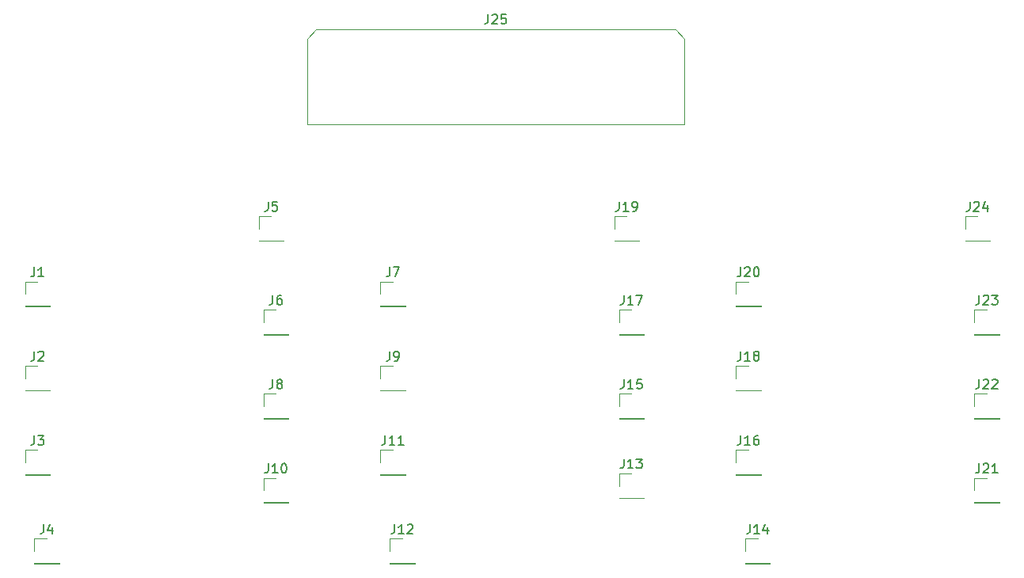
<source format=gbr>
%TF.GenerationSoftware,KiCad,Pcbnew,8.0.1*%
%TF.CreationDate,2024-05-03T16:32:39-04:00*%
%TF.ProjectId,LowerPOGO,4c6f7765-7250-44f4-974f-2e6b69636164,rev?*%
%TF.SameCoordinates,Original*%
%TF.FileFunction,Legend,Top*%
%TF.FilePolarity,Positive*%
%FSLAX46Y46*%
G04 Gerber Fmt 4.6, Leading zero omitted, Abs format (unit mm)*
G04 Created by KiCad (PCBNEW 8.0.1) date 2024-05-03 16:32:39*
%MOMM*%
%LPD*%
G01*
G04 APERTURE LIST*
%ADD10C,0.150000*%
%ADD11C,0.120000*%
G04 APERTURE END LIST*
D10*
X195690476Y-144624819D02*
X195690476Y-145339104D01*
X195690476Y-145339104D02*
X195642857Y-145481961D01*
X195642857Y-145481961D02*
X195547619Y-145577200D01*
X195547619Y-145577200D02*
X195404762Y-145624819D01*
X195404762Y-145624819D02*
X195309524Y-145624819D01*
X196119048Y-144720057D02*
X196166667Y-144672438D01*
X196166667Y-144672438D02*
X196261905Y-144624819D01*
X196261905Y-144624819D02*
X196500000Y-144624819D01*
X196500000Y-144624819D02*
X196595238Y-144672438D01*
X196595238Y-144672438D02*
X196642857Y-144720057D01*
X196642857Y-144720057D02*
X196690476Y-144815295D01*
X196690476Y-144815295D02*
X196690476Y-144910533D01*
X196690476Y-144910533D02*
X196642857Y-145053390D01*
X196642857Y-145053390D02*
X196071429Y-145624819D01*
X196071429Y-145624819D02*
X196690476Y-145624819D01*
X197642857Y-145624819D02*
X197071429Y-145624819D01*
X197357143Y-145624819D02*
X197357143Y-144624819D01*
X197357143Y-144624819D02*
X197261905Y-144767676D01*
X197261905Y-144767676D02*
X197166667Y-144862914D01*
X197166667Y-144862914D02*
X197071429Y-144910533D01*
X132666666Y-123624819D02*
X132666666Y-124339104D01*
X132666666Y-124339104D02*
X132619047Y-124481961D01*
X132619047Y-124481961D02*
X132523809Y-124577200D01*
X132523809Y-124577200D02*
X132380952Y-124624819D01*
X132380952Y-124624819D02*
X132285714Y-124624819D01*
X133047619Y-123624819D02*
X133714285Y-123624819D01*
X133714285Y-123624819D02*
X133285714Y-124624819D01*
X120166666Y-135624819D02*
X120166666Y-136339104D01*
X120166666Y-136339104D02*
X120119047Y-136481961D01*
X120119047Y-136481961D02*
X120023809Y-136577200D01*
X120023809Y-136577200D02*
X119880952Y-136624819D01*
X119880952Y-136624819D02*
X119785714Y-136624819D01*
X120785714Y-136053390D02*
X120690476Y-136005771D01*
X120690476Y-136005771D02*
X120642857Y-135958152D01*
X120642857Y-135958152D02*
X120595238Y-135862914D01*
X120595238Y-135862914D02*
X120595238Y-135815295D01*
X120595238Y-135815295D02*
X120642857Y-135720057D01*
X120642857Y-135720057D02*
X120690476Y-135672438D01*
X120690476Y-135672438D02*
X120785714Y-135624819D01*
X120785714Y-135624819D02*
X120976190Y-135624819D01*
X120976190Y-135624819D02*
X121071428Y-135672438D01*
X121071428Y-135672438D02*
X121119047Y-135720057D01*
X121119047Y-135720057D02*
X121166666Y-135815295D01*
X121166666Y-135815295D02*
X121166666Y-135862914D01*
X121166666Y-135862914D02*
X121119047Y-135958152D01*
X121119047Y-135958152D02*
X121071428Y-136005771D01*
X121071428Y-136005771D02*
X120976190Y-136053390D01*
X120976190Y-136053390D02*
X120785714Y-136053390D01*
X120785714Y-136053390D02*
X120690476Y-136101009D01*
X120690476Y-136101009D02*
X120642857Y-136148628D01*
X120642857Y-136148628D02*
X120595238Y-136243866D01*
X120595238Y-136243866D02*
X120595238Y-136434342D01*
X120595238Y-136434342D02*
X120642857Y-136529580D01*
X120642857Y-136529580D02*
X120690476Y-136577200D01*
X120690476Y-136577200D02*
X120785714Y-136624819D01*
X120785714Y-136624819D02*
X120976190Y-136624819D01*
X120976190Y-136624819D02*
X121071428Y-136577200D01*
X121071428Y-136577200D02*
X121119047Y-136529580D01*
X121119047Y-136529580D02*
X121166666Y-136434342D01*
X121166666Y-136434342D02*
X121166666Y-136243866D01*
X121166666Y-136243866D02*
X121119047Y-136148628D01*
X121119047Y-136148628D02*
X121071428Y-136101009D01*
X121071428Y-136101009D02*
X120976190Y-136053390D01*
X119690476Y-144624819D02*
X119690476Y-145339104D01*
X119690476Y-145339104D02*
X119642857Y-145481961D01*
X119642857Y-145481961D02*
X119547619Y-145577200D01*
X119547619Y-145577200D02*
X119404762Y-145624819D01*
X119404762Y-145624819D02*
X119309524Y-145624819D01*
X120690476Y-145624819D02*
X120119048Y-145624819D01*
X120404762Y-145624819D02*
X120404762Y-144624819D01*
X120404762Y-144624819D02*
X120309524Y-144767676D01*
X120309524Y-144767676D02*
X120214286Y-144862914D01*
X120214286Y-144862914D02*
X120119048Y-144910533D01*
X121309524Y-144624819D02*
X121404762Y-144624819D01*
X121404762Y-144624819D02*
X121500000Y-144672438D01*
X121500000Y-144672438D02*
X121547619Y-144720057D01*
X121547619Y-144720057D02*
X121595238Y-144815295D01*
X121595238Y-144815295D02*
X121642857Y-145005771D01*
X121642857Y-145005771D02*
X121642857Y-145243866D01*
X121642857Y-145243866D02*
X121595238Y-145434342D01*
X121595238Y-145434342D02*
X121547619Y-145529580D01*
X121547619Y-145529580D02*
X121500000Y-145577200D01*
X121500000Y-145577200D02*
X121404762Y-145624819D01*
X121404762Y-145624819D02*
X121309524Y-145624819D01*
X121309524Y-145624819D02*
X121214286Y-145577200D01*
X121214286Y-145577200D02*
X121166667Y-145529580D01*
X121166667Y-145529580D02*
X121119048Y-145434342D01*
X121119048Y-145434342D02*
X121071429Y-145243866D01*
X121071429Y-145243866D02*
X121071429Y-145005771D01*
X121071429Y-145005771D02*
X121119048Y-144815295D01*
X121119048Y-144815295D02*
X121166667Y-144720057D01*
X121166667Y-144720057D02*
X121214286Y-144672438D01*
X121214286Y-144672438D02*
X121309524Y-144624819D01*
X171190476Y-151124819D02*
X171190476Y-151839104D01*
X171190476Y-151839104D02*
X171142857Y-151981961D01*
X171142857Y-151981961D02*
X171047619Y-152077200D01*
X171047619Y-152077200D02*
X170904762Y-152124819D01*
X170904762Y-152124819D02*
X170809524Y-152124819D01*
X172190476Y-152124819D02*
X171619048Y-152124819D01*
X171904762Y-152124819D02*
X171904762Y-151124819D01*
X171904762Y-151124819D02*
X171809524Y-151267676D01*
X171809524Y-151267676D02*
X171714286Y-151362914D01*
X171714286Y-151362914D02*
X171619048Y-151410533D01*
X173047619Y-151458152D02*
X173047619Y-152124819D01*
X172809524Y-151077200D02*
X172571429Y-151791485D01*
X172571429Y-151791485D02*
X173190476Y-151791485D01*
X195690476Y-135624819D02*
X195690476Y-136339104D01*
X195690476Y-136339104D02*
X195642857Y-136481961D01*
X195642857Y-136481961D02*
X195547619Y-136577200D01*
X195547619Y-136577200D02*
X195404762Y-136624819D01*
X195404762Y-136624819D02*
X195309524Y-136624819D01*
X196119048Y-135720057D02*
X196166667Y-135672438D01*
X196166667Y-135672438D02*
X196261905Y-135624819D01*
X196261905Y-135624819D02*
X196500000Y-135624819D01*
X196500000Y-135624819D02*
X196595238Y-135672438D01*
X196595238Y-135672438D02*
X196642857Y-135720057D01*
X196642857Y-135720057D02*
X196690476Y-135815295D01*
X196690476Y-135815295D02*
X196690476Y-135910533D01*
X196690476Y-135910533D02*
X196642857Y-136053390D01*
X196642857Y-136053390D02*
X196071429Y-136624819D01*
X196071429Y-136624819D02*
X196690476Y-136624819D01*
X197071429Y-135720057D02*
X197119048Y-135672438D01*
X197119048Y-135672438D02*
X197214286Y-135624819D01*
X197214286Y-135624819D02*
X197452381Y-135624819D01*
X197452381Y-135624819D02*
X197547619Y-135672438D01*
X197547619Y-135672438D02*
X197595238Y-135720057D01*
X197595238Y-135720057D02*
X197642857Y-135815295D01*
X197642857Y-135815295D02*
X197642857Y-135910533D01*
X197642857Y-135910533D02*
X197595238Y-136053390D01*
X197595238Y-136053390D02*
X197023810Y-136624819D01*
X197023810Y-136624819D02*
X197642857Y-136624819D01*
X143190476Y-96584819D02*
X143190476Y-97299104D01*
X143190476Y-97299104D02*
X143142857Y-97441961D01*
X143142857Y-97441961D02*
X143047619Y-97537200D01*
X143047619Y-97537200D02*
X142904762Y-97584819D01*
X142904762Y-97584819D02*
X142809524Y-97584819D01*
X143619048Y-96680057D02*
X143666667Y-96632438D01*
X143666667Y-96632438D02*
X143761905Y-96584819D01*
X143761905Y-96584819D02*
X144000000Y-96584819D01*
X144000000Y-96584819D02*
X144095238Y-96632438D01*
X144095238Y-96632438D02*
X144142857Y-96680057D01*
X144142857Y-96680057D02*
X144190476Y-96775295D01*
X144190476Y-96775295D02*
X144190476Y-96870533D01*
X144190476Y-96870533D02*
X144142857Y-97013390D01*
X144142857Y-97013390D02*
X143571429Y-97584819D01*
X143571429Y-97584819D02*
X144190476Y-97584819D01*
X145095238Y-96584819D02*
X144619048Y-96584819D01*
X144619048Y-96584819D02*
X144571429Y-97061009D01*
X144571429Y-97061009D02*
X144619048Y-97013390D01*
X144619048Y-97013390D02*
X144714286Y-96965771D01*
X144714286Y-96965771D02*
X144952381Y-96965771D01*
X144952381Y-96965771D02*
X145047619Y-97013390D01*
X145047619Y-97013390D02*
X145095238Y-97061009D01*
X145095238Y-97061009D02*
X145142857Y-97156247D01*
X145142857Y-97156247D02*
X145142857Y-97394342D01*
X145142857Y-97394342D02*
X145095238Y-97489580D01*
X145095238Y-97489580D02*
X145047619Y-97537200D01*
X145047619Y-97537200D02*
X144952381Y-97584819D01*
X144952381Y-97584819D02*
X144714286Y-97584819D01*
X144714286Y-97584819D02*
X144619048Y-97537200D01*
X144619048Y-97537200D02*
X144571429Y-97489580D01*
X132190476Y-141624819D02*
X132190476Y-142339104D01*
X132190476Y-142339104D02*
X132142857Y-142481961D01*
X132142857Y-142481961D02*
X132047619Y-142577200D01*
X132047619Y-142577200D02*
X131904762Y-142624819D01*
X131904762Y-142624819D02*
X131809524Y-142624819D01*
X133190476Y-142624819D02*
X132619048Y-142624819D01*
X132904762Y-142624819D02*
X132904762Y-141624819D01*
X132904762Y-141624819D02*
X132809524Y-141767676D01*
X132809524Y-141767676D02*
X132714286Y-141862914D01*
X132714286Y-141862914D02*
X132619048Y-141910533D01*
X134142857Y-142624819D02*
X133571429Y-142624819D01*
X133857143Y-142624819D02*
X133857143Y-141624819D01*
X133857143Y-141624819D02*
X133761905Y-141767676D01*
X133761905Y-141767676D02*
X133666667Y-141862914D01*
X133666667Y-141862914D02*
X133571429Y-141910533D01*
X133190476Y-151124819D02*
X133190476Y-151839104D01*
X133190476Y-151839104D02*
X133142857Y-151981961D01*
X133142857Y-151981961D02*
X133047619Y-152077200D01*
X133047619Y-152077200D02*
X132904762Y-152124819D01*
X132904762Y-152124819D02*
X132809524Y-152124819D01*
X134190476Y-152124819D02*
X133619048Y-152124819D01*
X133904762Y-152124819D02*
X133904762Y-151124819D01*
X133904762Y-151124819D02*
X133809524Y-151267676D01*
X133809524Y-151267676D02*
X133714286Y-151362914D01*
X133714286Y-151362914D02*
X133619048Y-151410533D01*
X134571429Y-151220057D02*
X134619048Y-151172438D01*
X134619048Y-151172438D02*
X134714286Y-151124819D01*
X134714286Y-151124819D02*
X134952381Y-151124819D01*
X134952381Y-151124819D02*
X135047619Y-151172438D01*
X135047619Y-151172438D02*
X135095238Y-151220057D01*
X135095238Y-151220057D02*
X135142857Y-151315295D01*
X135142857Y-151315295D02*
X135142857Y-151410533D01*
X135142857Y-151410533D02*
X135095238Y-151553390D01*
X135095238Y-151553390D02*
X134523810Y-152124819D01*
X134523810Y-152124819D02*
X135142857Y-152124819D01*
X94666666Y-123624819D02*
X94666666Y-124339104D01*
X94666666Y-124339104D02*
X94619047Y-124481961D01*
X94619047Y-124481961D02*
X94523809Y-124577200D01*
X94523809Y-124577200D02*
X94380952Y-124624819D01*
X94380952Y-124624819D02*
X94285714Y-124624819D01*
X95666666Y-124624819D02*
X95095238Y-124624819D01*
X95380952Y-124624819D02*
X95380952Y-123624819D01*
X95380952Y-123624819D02*
X95285714Y-123767676D01*
X95285714Y-123767676D02*
X95190476Y-123862914D01*
X95190476Y-123862914D02*
X95095238Y-123910533D01*
X170190476Y-123624819D02*
X170190476Y-124339104D01*
X170190476Y-124339104D02*
X170142857Y-124481961D01*
X170142857Y-124481961D02*
X170047619Y-124577200D01*
X170047619Y-124577200D02*
X169904762Y-124624819D01*
X169904762Y-124624819D02*
X169809524Y-124624819D01*
X170619048Y-123720057D02*
X170666667Y-123672438D01*
X170666667Y-123672438D02*
X170761905Y-123624819D01*
X170761905Y-123624819D02*
X171000000Y-123624819D01*
X171000000Y-123624819D02*
X171095238Y-123672438D01*
X171095238Y-123672438D02*
X171142857Y-123720057D01*
X171142857Y-123720057D02*
X171190476Y-123815295D01*
X171190476Y-123815295D02*
X171190476Y-123910533D01*
X171190476Y-123910533D02*
X171142857Y-124053390D01*
X171142857Y-124053390D02*
X170571429Y-124624819D01*
X170571429Y-124624819D02*
X171190476Y-124624819D01*
X171809524Y-123624819D02*
X171904762Y-123624819D01*
X171904762Y-123624819D02*
X172000000Y-123672438D01*
X172000000Y-123672438D02*
X172047619Y-123720057D01*
X172047619Y-123720057D02*
X172095238Y-123815295D01*
X172095238Y-123815295D02*
X172142857Y-124005771D01*
X172142857Y-124005771D02*
X172142857Y-124243866D01*
X172142857Y-124243866D02*
X172095238Y-124434342D01*
X172095238Y-124434342D02*
X172047619Y-124529580D01*
X172047619Y-124529580D02*
X172000000Y-124577200D01*
X172000000Y-124577200D02*
X171904762Y-124624819D01*
X171904762Y-124624819D02*
X171809524Y-124624819D01*
X171809524Y-124624819D02*
X171714286Y-124577200D01*
X171714286Y-124577200D02*
X171666667Y-124529580D01*
X171666667Y-124529580D02*
X171619048Y-124434342D01*
X171619048Y-124434342D02*
X171571429Y-124243866D01*
X171571429Y-124243866D02*
X171571429Y-124005771D01*
X171571429Y-124005771D02*
X171619048Y-123815295D01*
X171619048Y-123815295D02*
X171666667Y-123720057D01*
X171666667Y-123720057D02*
X171714286Y-123672438D01*
X171714286Y-123672438D02*
X171809524Y-123624819D01*
X119666666Y-116624819D02*
X119666666Y-117339104D01*
X119666666Y-117339104D02*
X119619047Y-117481961D01*
X119619047Y-117481961D02*
X119523809Y-117577200D01*
X119523809Y-117577200D02*
X119380952Y-117624819D01*
X119380952Y-117624819D02*
X119285714Y-117624819D01*
X120619047Y-116624819D02*
X120142857Y-116624819D01*
X120142857Y-116624819D02*
X120095238Y-117101009D01*
X120095238Y-117101009D02*
X120142857Y-117053390D01*
X120142857Y-117053390D02*
X120238095Y-117005771D01*
X120238095Y-117005771D02*
X120476190Y-117005771D01*
X120476190Y-117005771D02*
X120571428Y-117053390D01*
X120571428Y-117053390D02*
X120619047Y-117101009D01*
X120619047Y-117101009D02*
X120666666Y-117196247D01*
X120666666Y-117196247D02*
X120666666Y-117434342D01*
X120666666Y-117434342D02*
X120619047Y-117529580D01*
X120619047Y-117529580D02*
X120571428Y-117577200D01*
X120571428Y-117577200D02*
X120476190Y-117624819D01*
X120476190Y-117624819D02*
X120238095Y-117624819D01*
X120238095Y-117624819D02*
X120142857Y-117577200D01*
X120142857Y-117577200D02*
X120095238Y-117529580D01*
X170190476Y-132624819D02*
X170190476Y-133339104D01*
X170190476Y-133339104D02*
X170142857Y-133481961D01*
X170142857Y-133481961D02*
X170047619Y-133577200D01*
X170047619Y-133577200D02*
X169904762Y-133624819D01*
X169904762Y-133624819D02*
X169809524Y-133624819D01*
X171190476Y-133624819D02*
X170619048Y-133624819D01*
X170904762Y-133624819D02*
X170904762Y-132624819D01*
X170904762Y-132624819D02*
X170809524Y-132767676D01*
X170809524Y-132767676D02*
X170714286Y-132862914D01*
X170714286Y-132862914D02*
X170619048Y-132910533D01*
X171761905Y-133053390D02*
X171666667Y-133005771D01*
X171666667Y-133005771D02*
X171619048Y-132958152D01*
X171619048Y-132958152D02*
X171571429Y-132862914D01*
X171571429Y-132862914D02*
X171571429Y-132815295D01*
X171571429Y-132815295D02*
X171619048Y-132720057D01*
X171619048Y-132720057D02*
X171666667Y-132672438D01*
X171666667Y-132672438D02*
X171761905Y-132624819D01*
X171761905Y-132624819D02*
X171952381Y-132624819D01*
X171952381Y-132624819D02*
X172047619Y-132672438D01*
X172047619Y-132672438D02*
X172095238Y-132720057D01*
X172095238Y-132720057D02*
X172142857Y-132815295D01*
X172142857Y-132815295D02*
X172142857Y-132862914D01*
X172142857Y-132862914D02*
X172095238Y-132958152D01*
X172095238Y-132958152D02*
X172047619Y-133005771D01*
X172047619Y-133005771D02*
X171952381Y-133053390D01*
X171952381Y-133053390D02*
X171761905Y-133053390D01*
X171761905Y-133053390D02*
X171666667Y-133101009D01*
X171666667Y-133101009D02*
X171619048Y-133148628D01*
X171619048Y-133148628D02*
X171571429Y-133243866D01*
X171571429Y-133243866D02*
X171571429Y-133434342D01*
X171571429Y-133434342D02*
X171619048Y-133529580D01*
X171619048Y-133529580D02*
X171666667Y-133577200D01*
X171666667Y-133577200D02*
X171761905Y-133624819D01*
X171761905Y-133624819D02*
X171952381Y-133624819D01*
X171952381Y-133624819D02*
X172047619Y-133577200D01*
X172047619Y-133577200D02*
X172095238Y-133529580D01*
X172095238Y-133529580D02*
X172142857Y-133434342D01*
X172142857Y-133434342D02*
X172142857Y-133243866D01*
X172142857Y-133243866D02*
X172095238Y-133148628D01*
X172095238Y-133148628D02*
X172047619Y-133101009D01*
X172047619Y-133101009D02*
X171952381Y-133053390D01*
X94666666Y-132624819D02*
X94666666Y-133339104D01*
X94666666Y-133339104D02*
X94619047Y-133481961D01*
X94619047Y-133481961D02*
X94523809Y-133577200D01*
X94523809Y-133577200D02*
X94380952Y-133624819D01*
X94380952Y-133624819D02*
X94285714Y-133624819D01*
X95095238Y-132720057D02*
X95142857Y-132672438D01*
X95142857Y-132672438D02*
X95238095Y-132624819D01*
X95238095Y-132624819D02*
X95476190Y-132624819D01*
X95476190Y-132624819D02*
X95571428Y-132672438D01*
X95571428Y-132672438D02*
X95619047Y-132720057D01*
X95619047Y-132720057D02*
X95666666Y-132815295D01*
X95666666Y-132815295D02*
X95666666Y-132910533D01*
X95666666Y-132910533D02*
X95619047Y-133053390D01*
X95619047Y-133053390D02*
X95047619Y-133624819D01*
X95047619Y-133624819D02*
X95666666Y-133624819D01*
X94666666Y-141624819D02*
X94666666Y-142339104D01*
X94666666Y-142339104D02*
X94619047Y-142481961D01*
X94619047Y-142481961D02*
X94523809Y-142577200D01*
X94523809Y-142577200D02*
X94380952Y-142624819D01*
X94380952Y-142624819D02*
X94285714Y-142624819D01*
X95047619Y-141624819D02*
X95666666Y-141624819D01*
X95666666Y-141624819D02*
X95333333Y-142005771D01*
X95333333Y-142005771D02*
X95476190Y-142005771D01*
X95476190Y-142005771D02*
X95571428Y-142053390D01*
X95571428Y-142053390D02*
X95619047Y-142101009D01*
X95619047Y-142101009D02*
X95666666Y-142196247D01*
X95666666Y-142196247D02*
X95666666Y-142434342D01*
X95666666Y-142434342D02*
X95619047Y-142529580D01*
X95619047Y-142529580D02*
X95571428Y-142577200D01*
X95571428Y-142577200D02*
X95476190Y-142624819D01*
X95476190Y-142624819D02*
X95190476Y-142624819D01*
X95190476Y-142624819D02*
X95095238Y-142577200D01*
X95095238Y-142577200D02*
X95047619Y-142529580D01*
X120166666Y-126624819D02*
X120166666Y-127339104D01*
X120166666Y-127339104D02*
X120119047Y-127481961D01*
X120119047Y-127481961D02*
X120023809Y-127577200D01*
X120023809Y-127577200D02*
X119880952Y-127624819D01*
X119880952Y-127624819D02*
X119785714Y-127624819D01*
X121071428Y-126624819D02*
X120880952Y-126624819D01*
X120880952Y-126624819D02*
X120785714Y-126672438D01*
X120785714Y-126672438D02*
X120738095Y-126720057D01*
X120738095Y-126720057D02*
X120642857Y-126862914D01*
X120642857Y-126862914D02*
X120595238Y-127053390D01*
X120595238Y-127053390D02*
X120595238Y-127434342D01*
X120595238Y-127434342D02*
X120642857Y-127529580D01*
X120642857Y-127529580D02*
X120690476Y-127577200D01*
X120690476Y-127577200D02*
X120785714Y-127624819D01*
X120785714Y-127624819D02*
X120976190Y-127624819D01*
X120976190Y-127624819D02*
X121071428Y-127577200D01*
X121071428Y-127577200D02*
X121119047Y-127529580D01*
X121119047Y-127529580D02*
X121166666Y-127434342D01*
X121166666Y-127434342D02*
X121166666Y-127196247D01*
X121166666Y-127196247D02*
X121119047Y-127101009D01*
X121119047Y-127101009D02*
X121071428Y-127053390D01*
X121071428Y-127053390D02*
X120976190Y-127005771D01*
X120976190Y-127005771D02*
X120785714Y-127005771D01*
X120785714Y-127005771D02*
X120690476Y-127053390D01*
X120690476Y-127053390D02*
X120642857Y-127101009D01*
X120642857Y-127101009D02*
X120595238Y-127196247D01*
X157690476Y-126624819D02*
X157690476Y-127339104D01*
X157690476Y-127339104D02*
X157642857Y-127481961D01*
X157642857Y-127481961D02*
X157547619Y-127577200D01*
X157547619Y-127577200D02*
X157404762Y-127624819D01*
X157404762Y-127624819D02*
X157309524Y-127624819D01*
X158690476Y-127624819D02*
X158119048Y-127624819D01*
X158404762Y-127624819D02*
X158404762Y-126624819D01*
X158404762Y-126624819D02*
X158309524Y-126767676D01*
X158309524Y-126767676D02*
X158214286Y-126862914D01*
X158214286Y-126862914D02*
X158119048Y-126910533D01*
X159023810Y-126624819D02*
X159690476Y-126624819D01*
X159690476Y-126624819D02*
X159261905Y-127624819D01*
X95666666Y-151124819D02*
X95666666Y-151839104D01*
X95666666Y-151839104D02*
X95619047Y-151981961D01*
X95619047Y-151981961D02*
X95523809Y-152077200D01*
X95523809Y-152077200D02*
X95380952Y-152124819D01*
X95380952Y-152124819D02*
X95285714Y-152124819D01*
X96571428Y-151458152D02*
X96571428Y-152124819D01*
X96333333Y-151077200D02*
X96095238Y-151791485D01*
X96095238Y-151791485D02*
X96714285Y-151791485D01*
X194690476Y-116624819D02*
X194690476Y-117339104D01*
X194690476Y-117339104D02*
X194642857Y-117481961D01*
X194642857Y-117481961D02*
X194547619Y-117577200D01*
X194547619Y-117577200D02*
X194404762Y-117624819D01*
X194404762Y-117624819D02*
X194309524Y-117624819D01*
X195119048Y-116720057D02*
X195166667Y-116672438D01*
X195166667Y-116672438D02*
X195261905Y-116624819D01*
X195261905Y-116624819D02*
X195500000Y-116624819D01*
X195500000Y-116624819D02*
X195595238Y-116672438D01*
X195595238Y-116672438D02*
X195642857Y-116720057D01*
X195642857Y-116720057D02*
X195690476Y-116815295D01*
X195690476Y-116815295D02*
X195690476Y-116910533D01*
X195690476Y-116910533D02*
X195642857Y-117053390D01*
X195642857Y-117053390D02*
X195071429Y-117624819D01*
X195071429Y-117624819D02*
X195690476Y-117624819D01*
X196547619Y-116958152D02*
X196547619Y-117624819D01*
X196309524Y-116577200D02*
X196071429Y-117291485D01*
X196071429Y-117291485D02*
X196690476Y-117291485D01*
X195690476Y-126624819D02*
X195690476Y-127339104D01*
X195690476Y-127339104D02*
X195642857Y-127481961D01*
X195642857Y-127481961D02*
X195547619Y-127577200D01*
X195547619Y-127577200D02*
X195404762Y-127624819D01*
X195404762Y-127624819D02*
X195309524Y-127624819D01*
X196119048Y-126720057D02*
X196166667Y-126672438D01*
X196166667Y-126672438D02*
X196261905Y-126624819D01*
X196261905Y-126624819D02*
X196500000Y-126624819D01*
X196500000Y-126624819D02*
X196595238Y-126672438D01*
X196595238Y-126672438D02*
X196642857Y-126720057D01*
X196642857Y-126720057D02*
X196690476Y-126815295D01*
X196690476Y-126815295D02*
X196690476Y-126910533D01*
X196690476Y-126910533D02*
X196642857Y-127053390D01*
X196642857Y-127053390D02*
X196071429Y-127624819D01*
X196071429Y-127624819D02*
X196690476Y-127624819D01*
X197023810Y-126624819D02*
X197642857Y-126624819D01*
X197642857Y-126624819D02*
X197309524Y-127005771D01*
X197309524Y-127005771D02*
X197452381Y-127005771D01*
X197452381Y-127005771D02*
X197547619Y-127053390D01*
X197547619Y-127053390D02*
X197595238Y-127101009D01*
X197595238Y-127101009D02*
X197642857Y-127196247D01*
X197642857Y-127196247D02*
X197642857Y-127434342D01*
X197642857Y-127434342D02*
X197595238Y-127529580D01*
X197595238Y-127529580D02*
X197547619Y-127577200D01*
X197547619Y-127577200D02*
X197452381Y-127624819D01*
X197452381Y-127624819D02*
X197166667Y-127624819D01*
X197166667Y-127624819D02*
X197071429Y-127577200D01*
X197071429Y-127577200D02*
X197023810Y-127529580D01*
X132666666Y-132624819D02*
X132666666Y-133339104D01*
X132666666Y-133339104D02*
X132619047Y-133481961D01*
X132619047Y-133481961D02*
X132523809Y-133577200D01*
X132523809Y-133577200D02*
X132380952Y-133624819D01*
X132380952Y-133624819D02*
X132285714Y-133624819D01*
X133190476Y-133624819D02*
X133380952Y-133624819D01*
X133380952Y-133624819D02*
X133476190Y-133577200D01*
X133476190Y-133577200D02*
X133523809Y-133529580D01*
X133523809Y-133529580D02*
X133619047Y-133386723D01*
X133619047Y-133386723D02*
X133666666Y-133196247D01*
X133666666Y-133196247D02*
X133666666Y-132815295D01*
X133666666Y-132815295D02*
X133619047Y-132720057D01*
X133619047Y-132720057D02*
X133571428Y-132672438D01*
X133571428Y-132672438D02*
X133476190Y-132624819D01*
X133476190Y-132624819D02*
X133285714Y-132624819D01*
X133285714Y-132624819D02*
X133190476Y-132672438D01*
X133190476Y-132672438D02*
X133142857Y-132720057D01*
X133142857Y-132720057D02*
X133095238Y-132815295D01*
X133095238Y-132815295D02*
X133095238Y-133053390D01*
X133095238Y-133053390D02*
X133142857Y-133148628D01*
X133142857Y-133148628D02*
X133190476Y-133196247D01*
X133190476Y-133196247D02*
X133285714Y-133243866D01*
X133285714Y-133243866D02*
X133476190Y-133243866D01*
X133476190Y-133243866D02*
X133571428Y-133196247D01*
X133571428Y-133196247D02*
X133619047Y-133148628D01*
X133619047Y-133148628D02*
X133666666Y-133053390D01*
X170190476Y-141624819D02*
X170190476Y-142339104D01*
X170190476Y-142339104D02*
X170142857Y-142481961D01*
X170142857Y-142481961D02*
X170047619Y-142577200D01*
X170047619Y-142577200D02*
X169904762Y-142624819D01*
X169904762Y-142624819D02*
X169809524Y-142624819D01*
X171190476Y-142624819D02*
X170619048Y-142624819D01*
X170904762Y-142624819D02*
X170904762Y-141624819D01*
X170904762Y-141624819D02*
X170809524Y-141767676D01*
X170809524Y-141767676D02*
X170714286Y-141862914D01*
X170714286Y-141862914D02*
X170619048Y-141910533D01*
X172047619Y-141624819D02*
X171857143Y-141624819D01*
X171857143Y-141624819D02*
X171761905Y-141672438D01*
X171761905Y-141672438D02*
X171714286Y-141720057D01*
X171714286Y-141720057D02*
X171619048Y-141862914D01*
X171619048Y-141862914D02*
X171571429Y-142053390D01*
X171571429Y-142053390D02*
X171571429Y-142434342D01*
X171571429Y-142434342D02*
X171619048Y-142529580D01*
X171619048Y-142529580D02*
X171666667Y-142577200D01*
X171666667Y-142577200D02*
X171761905Y-142624819D01*
X171761905Y-142624819D02*
X171952381Y-142624819D01*
X171952381Y-142624819D02*
X172047619Y-142577200D01*
X172047619Y-142577200D02*
X172095238Y-142529580D01*
X172095238Y-142529580D02*
X172142857Y-142434342D01*
X172142857Y-142434342D02*
X172142857Y-142196247D01*
X172142857Y-142196247D02*
X172095238Y-142101009D01*
X172095238Y-142101009D02*
X172047619Y-142053390D01*
X172047619Y-142053390D02*
X171952381Y-142005771D01*
X171952381Y-142005771D02*
X171761905Y-142005771D01*
X171761905Y-142005771D02*
X171666667Y-142053390D01*
X171666667Y-142053390D02*
X171619048Y-142101009D01*
X171619048Y-142101009D02*
X171571429Y-142196247D01*
X157190476Y-116624819D02*
X157190476Y-117339104D01*
X157190476Y-117339104D02*
X157142857Y-117481961D01*
X157142857Y-117481961D02*
X157047619Y-117577200D01*
X157047619Y-117577200D02*
X156904762Y-117624819D01*
X156904762Y-117624819D02*
X156809524Y-117624819D01*
X158190476Y-117624819D02*
X157619048Y-117624819D01*
X157904762Y-117624819D02*
X157904762Y-116624819D01*
X157904762Y-116624819D02*
X157809524Y-116767676D01*
X157809524Y-116767676D02*
X157714286Y-116862914D01*
X157714286Y-116862914D02*
X157619048Y-116910533D01*
X158666667Y-117624819D02*
X158857143Y-117624819D01*
X158857143Y-117624819D02*
X158952381Y-117577200D01*
X158952381Y-117577200D02*
X159000000Y-117529580D01*
X159000000Y-117529580D02*
X159095238Y-117386723D01*
X159095238Y-117386723D02*
X159142857Y-117196247D01*
X159142857Y-117196247D02*
X159142857Y-116815295D01*
X159142857Y-116815295D02*
X159095238Y-116720057D01*
X159095238Y-116720057D02*
X159047619Y-116672438D01*
X159047619Y-116672438D02*
X158952381Y-116624819D01*
X158952381Y-116624819D02*
X158761905Y-116624819D01*
X158761905Y-116624819D02*
X158666667Y-116672438D01*
X158666667Y-116672438D02*
X158619048Y-116720057D01*
X158619048Y-116720057D02*
X158571429Y-116815295D01*
X158571429Y-116815295D02*
X158571429Y-117053390D01*
X158571429Y-117053390D02*
X158619048Y-117148628D01*
X158619048Y-117148628D02*
X158666667Y-117196247D01*
X158666667Y-117196247D02*
X158761905Y-117243866D01*
X158761905Y-117243866D02*
X158952381Y-117243866D01*
X158952381Y-117243866D02*
X159047619Y-117196247D01*
X159047619Y-117196247D02*
X159095238Y-117148628D01*
X159095238Y-117148628D02*
X159142857Y-117053390D01*
X157690476Y-144124819D02*
X157690476Y-144839104D01*
X157690476Y-144839104D02*
X157642857Y-144981961D01*
X157642857Y-144981961D02*
X157547619Y-145077200D01*
X157547619Y-145077200D02*
X157404762Y-145124819D01*
X157404762Y-145124819D02*
X157309524Y-145124819D01*
X158690476Y-145124819D02*
X158119048Y-145124819D01*
X158404762Y-145124819D02*
X158404762Y-144124819D01*
X158404762Y-144124819D02*
X158309524Y-144267676D01*
X158309524Y-144267676D02*
X158214286Y-144362914D01*
X158214286Y-144362914D02*
X158119048Y-144410533D01*
X159023810Y-144124819D02*
X159642857Y-144124819D01*
X159642857Y-144124819D02*
X159309524Y-144505771D01*
X159309524Y-144505771D02*
X159452381Y-144505771D01*
X159452381Y-144505771D02*
X159547619Y-144553390D01*
X159547619Y-144553390D02*
X159595238Y-144601009D01*
X159595238Y-144601009D02*
X159642857Y-144696247D01*
X159642857Y-144696247D02*
X159642857Y-144934342D01*
X159642857Y-144934342D02*
X159595238Y-145029580D01*
X159595238Y-145029580D02*
X159547619Y-145077200D01*
X159547619Y-145077200D02*
X159452381Y-145124819D01*
X159452381Y-145124819D02*
X159166667Y-145124819D01*
X159166667Y-145124819D02*
X159071429Y-145077200D01*
X159071429Y-145077200D02*
X159023810Y-145029580D01*
X157690476Y-135624819D02*
X157690476Y-136339104D01*
X157690476Y-136339104D02*
X157642857Y-136481961D01*
X157642857Y-136481961D02*
X157547619Y-136577200D01*
X157547619Y-136577200D02*
X157404762Y-136624819D01*
X157404762Y-136624819D02*
X157309524Y-136624819D01*
X158690476Y-136624819D02*
X158119048Y-136624819D01*
X158404762Y-136624819D02*
X158404762Y-135624819D01*
X158404762Y-135624819D02*
X158309524Y-135767676D01*
X158309524Y-135767676D02*
X158214286Y-135862914D01*
X158214286Y-135862914D02*
X158119048Y-135910533D01*
X159595238Y-135624819D02*
X159119048Y-135624819D01*
X159119048Y-135624819D02*
X159071429Y-136101009D01*
X159071429Y-136101009D02*
X159119048Y-136053390D01*
X159119048Y-136053390D02*
X159214286Y-136005771D01*
X159214286Y-136005771D02*
X159452381Y-136005771D01*
X159452381Y-136005771D02*
X159547619Y-136053390D01*
X159547619Y-136053390D02*
X159595238Y-136101009D01*
X159595238Y-136101009D02*
X159642857Y-136196247D01*
X159642857Y-136196247D02*
X159642857Y-136434342D01*
X159642857Y-136434342D02*
X159595238Y-136529580D01*
X159595238Y-136529580D02*
X159547619Y-136577200D01*
X159547619Y-136577200D02*
X159452381Y-136624819D01*
X159452381Y-136624819D02*
X159214286Y-136624819D01*
X159214286Y-136624819D02*
X159119048Y-136577200D01*
X159119048Y-136577200D02*
X159071429Y-136529580D01*
D11*
%TO.C,J21*%
X195170000Y-146170000D02*
X196500000Y-146170000D01*
X195170000Y-147500000D02*
X195170000Y-146170000D01*
X195170000Y-148770000D02*
X195170000Y-148830000D01*
X195170000Y-148770000D02*
X197830000Y-148770000D01*
X195170000Y-148830000D02*
X197830000Y-148830000D01*
X197830000Y-148770000D02*
X197830000Y-148830000D01*
%TO.C,J7*%
X131670000Y-125170000D02*
X133000000Y-125170000D01*
X131670000Y-126500000D02*
X131670000Y-125170000D01*
X131670000Y-127770000D02*
X131670000Y-127830000D01*
X131670000Y-127770000D02*
X134330000Y-127770000D01*
X131670000Y-127830000D02*
X134330000Y-127830000D01*
X134330000Y-127770000D02*
X134330000Y-127830000D01*
%TO.C,J8*%
X119170000Y-137170000D02*
X120500000Y-137170000D01*
X119170000Y-138500000D02*
X119170000Y-137170000D01*
X119170000Y-139770000D02*
X119170000Y-139830000D01*
X119170000Y-139770000D02*
X121830000Y-139770000D01*
X119170000Y-139830000D02*
X121830000Y-139830000D01*
X121830000Y-139770000D02*
X121830000Y-139830000D01*
%TO.C,J10*%
X119170000Y-146170000D02*
X120500000Y-146170000D01*
X119170000Y-147500000D02*
X119170000Y-146170000D01*
X119170000Y-148770000D02*
X119170000Y-148830000D01*
X119170000Y-148770000D02*
X121830000Y-148770000D01*
X119170000Y-148830000D02*
X121830000Y-148830000D01*
X121830000Y-148770000D02*
X121830000Y-148830000D01*
%TO.C,J14*%
X170670000Y-152670000D02*
X172000000Y-152670000D01*
X170670000Y-154000000D02*
X170670000Y-152670000D01*
X170670000Y-155270000D02*
X170670000Y-155330000D01*
X170670000Y-155270000D02*
X173330000Y-155270000D01*
X170670000Y-155330000D02*
X173330000Y-155330000D01*
X173330000Y-155270000D02*
X173330000Y-155330000D01*
%TO.C,J22*%
X195170000Y-137170000D02*
X196500000Y-137170000D01*
X195170000Y-138500000D02*
X195170000Y-137170000D01*
X195170000Y-139770000D02*
X195170000Y-139830000D01*
X195170000Y-139770000D02*
X197830000Y-139770000D01*
X195170000Y-139830000D02*
X197830000Y-139830000D01*
X197830000Y-139770000D02*
X197830000Y-139830000D01*
%TO.C,J25*%
X123815000Y-99220000D02*
X124815000Y-98220000D01*
X123815000Y-108350000D02*
X123815000Y-99220000D01*
X124815000Y-98220000D02*
X163185000Y-98220000D01*
X163185000Y-98220000D02*
X164185000Y-99220000D01*
X164185000Y-99220000D02*
X164185000Y-108350000D01*
X164185000Y-108350000D02*
X123815000Y-108350000D01*
%TO.C,J11*%
X131670000Y-143170000D02*
X133000000Y-143170000D01*
X131670000Y-144500000D02*
X131670000Y-143170000D01*
X131670000Y-145770000D02*
X131670000Y-145830000D01*
X131670000Y-145770000D02*
X134330000Y-145770000D01*
X131670000Y-145830000D02*
X134330000Y-145830000D01*
X134330000Y-145770000D02*
X134330000Y-145830000D01*
%TO.C,J12*%
X132670000Y-152670000D02*
X134000000Y-152670000D01*
X132670000Y-154000000D02*
X132670000Y-152670000D01*
X132670000Y-155270000D02*
X132670000Y-155330000D01*
X132670000Y-155270000D02*
X135330000Y-155270000D01*
X132670000Y-155330000D02*
X135330000Y-155330000D01*
X135330000Y-155270000D02*
X135330000Y-155330000D01*
%TO.C,J1*%
X93670000Y-125170000D02*
X95000000Y-125170000D01*
X93670000Y-126500000D02*
X93670000Y-125170000D01*
X93670000Y-127770000D02*
X93670000Y-127830000D01*
X93670000Y-127770000D02*
X96330000Y-127770000D01*
X93670000Y-127830000D02*
X96330000Y-127830000D01*
X96330000Y-127770000D02*
X96330000Y-127830000D01*
%TO.C,J20*%
X169670000Y-125170000D02*
X171000000Y-125170000D01*
X169670000Y-126500000D02*
X169670000Y-125170000D01*
X169670000Y-127770000D02*
X169670000Y-127830000D01*
X169670000Y-127770000D02*
X172330000Y-127770000D01*
X169670000Y-127830000D02*
X172330000Y-127830000D01*
X172330000Y-127770000D02*
X172330000Y-127830000D01*
%TO.C,J5*%
X118670000Y-118170000D02*
X120000000Y-118170000D01*
X118670000Y-119500000D02*
X118670000Y-118170000D01*
X118670000Y-120770000D02*
X118670000Y-120830000D01*
X118670000Y-120770000D02*
X121330000Y-120770000D01*
X118670000Y-120830000D02*
X121330000Y-120830000D01*
X121330000Y-120770000D02*
X121330000Y-120830000D01*
%TO.C,J18*%
X172330000Y-136770000D02*
X172330000Y-136830000D01*
X169670000Y-136830000D02*
X172330000Y-136830000D01*
X169670000Y-136770000D02*
X172330000Y-136770000D01*
X169670000Y-136770000D02*
X169670000Y-136830000D01*
X169670000Y-135500000D02*
X169670000Y-134170000D01*
X169670000Y-134170000D02*
X171000000Y-134170000D01*
%TO.C,J2*%
X93670000Y-134170000D02*
X95000000Y-134170000D01*
X93670000Y-135500000D02*
X93670000Y-134170000D01*
X93670000Y-136770000D02*
X93670000Y-136830000D01*
X93670000Y-136770000D02*
X96330000Y-136770000D01*
X93670000Y-136830000D02*
X96330000Y-136830000D01*
X96330000Y-136770000D02*
X96330000Y-136830000D01*
%TO.C,J3*%
X93670000Y-143170000D02*
X95000000Y-143170000D01*
X93670000Y-144500000D02*
X93670000Y-143170000D01*
X93670000Y-145770000D02*
X93670000Y-145830000D01*
X93670000Y-145770000D02*
X96330000Y-145770000D01*
X93670000Y-145830000D02*
X96330000Y-145830000D01*
X96330000Y-145770000D02*
X96330000Y-145830000D01*
%TO.C,J6*%
X119170000Y-128170000D02*
X120500000Y-128170000D01*
X119170000Y-129500000D02*
X119170000Y-128170000D01*
X119170000Y-130770000D02*
X119170000Y-130830000D01*
X119170000Y-130770000D02*
X121830000Y-130770000D01*
X119170000Y-130830000D02*
X121830000Y-130830000D01*
X121830000Y-130770000D02*
X121830000Y-130830000D01*
%TO.C,J17*%
X157170000Y-128170000D02*
X158500000Y-128170000D01*
X157170000Y-129500000D02*
X157170000Y-128170000D01*
X157170000Y-130770000D02*
X157170000Y-130830000D01*
X157170000Y-130770000D02*
X159830000Y-130770000D01*
X157170000Y-130830000D02*
X159830000Y-130830000D01*
X159830000Y-130770000D02*
X159830000Y-130830000D01*
%TO.C,J4*%
X94670000Y-152670000D02*
X96000000Y-152670000D01*
X94670000Y-154000000D02*
X94670000Y-152670000D01*
X94670000Y-155270000D02*
X94670000Y-155330000D01*
X94670000Y-155270000D02*
X97330000Y-155270000D01*
X94670000Y-155330000D02*
X97330000Y-155330000D01*
X97330000Y-155270000D02*
X97330000Y-155330000D01*
%TO.C,J24*%
X194170000Y-118170000D02*
X195500000Y-118170000D01*
X194170000Y-119500000D02*
X194170000Y-118170000D01*
X194170000Y-120770000D02*
X194170000Y-120830000D01*
X194170000Y-120770000D02*
X196830000Y-120770000D01*
X194170000Y-120830000D02*
X196830000Y-120830000D01*
X196830000Y-120770000D02*
X196830000Y-120830000D01*
%TO.C,J23*%
X195170000Y-128170000D02*
X196500000Y-128170000D01*
X195170000Y-129500000D02*
X195170000Y-128170000D01*
X195170000Y-130770000D02*
X195170000Y-130830000D01*
X195170000Y-130770000D02*
X197830000Y-130770000D01*
X195170000Y-130830000D02*
X197830000Y-130830000D01*
X197830000Y-130770000D02*
X197830000Y-130830000D01*
%TO.C,J9*%
X131670000Y-134170000D02*
X133000000Y-134170000D01*
X131670000Y-135500000D02*
X131670000Y-134170000D01*
X131670000Y-136770000D02*
X131670000Y-136830000D01*
X131670000Y-136770000D02*
X134330000Y-136770000D01*
X131670000Y-136830000D02*
X134330000Y-136830000D01*
X134330000Y-136770000D02*
X134330000Y-136830000D01*
%TO.C,J16*%
X169670000Y-143170000D02*
X171000000Y-143170000D01*
X169670000Y-144500000D02*
X169670000Y-143170000D01*
X169670000Y-145770000D02*
X169670000Y-145830000D01*
X169670000Y-145770000D02*
X172330000Y-145770000D01*
X169670000Y-145830000D02*
X172330000Y-145830000D01*
X172330000Y-145770000D02*
X172330000Y-145830000D01*
%TO.C,J19*%
X156670000Y-118170000D02*
X158000000Y-118170000D01*
X156670000Y-119500000D02*
X156670000Y-118170000D01*
X156670000Y-120770000D02*
X156670000Y-120830000D01*
X156670000Y-120770000D02*
X159330000Y-120770000D01*
X156670000Y-120830000D02*
X159330000Y-120830000D01*
X159330000Y-120770000D02*
X159330000Y-120830000D01*
%TO.C,J13*%
X157170000Y-145670000D02*
X158500000Y-145670000D01*
X157170000Y-147000000D02*
X157170000Y-145670000D01*
X157170000Y-148270000D02*
X157170000Y-148330000D01*
X157170000Y-148270000D02*
X159830000Y-148270000D01*
X157170000Y-148330000D02*
X159830000Y-148330000D01*
X159830000Y-148270000D02*
X159830000Y-148330000D01*
%TO.C,J15*%
X157170000Y-137170000D02*
X158500000Y-137170000D01*
X157170000Y-138500000D02*
X157170000Y-137170000D01*
X157170000Y-139770000D02*
X157170000Y-139830000D01*
X157170000Y-139770000D02*
X159830000Y-139770000D01*
X157170000Y-139830000D02*
X159830000Y-139830000D01*
X159830000Y-139770000D02*
X159830000Y-139830000D01*
%TD*%
M02*

</source>
